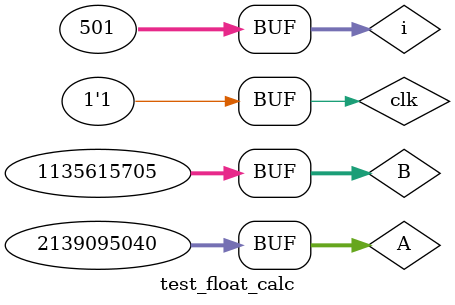
<source format=v>
`timescale 1ns / 1ps


module test_float_calc;

	// Inputs
	reg clk;
	reg [31:0] A;
	reg [31:0] B;

	// Outputs
	wire [31:0] float_add;
	wire [31:0] float_sub;
	wire [31:0] float_mul;
	wire [31:0] float_div;
	wire [3:0] overflow;
	wire err;

	// Instantiate the Unit Under Test (UUT)
	float_calc uut (
		.clk(clk), 
		.A(A), 
		.B(B), 
		.float_add(float_add), 
		.float_sub(float_sub), 
		.float_mul(float_mul), 
		.float_div(float_div), 
		.overflow(overflow),
		.err(err)
	);
	
	integer i;
	
	initial begin
		// Initialize Inputs
		#10;
		A=32'h0;
		B=32'h0;
		#10;
		clk = 0;
		A = 32'h7f800000;
		B = 32'h43b01ed9;

		// Wait 100 ns for global reset to finish
		#100;
		for(i=0;i<=500;i=i+1)
		begin
			clk=~clk;
			#100;
		end
		// Add stimulus here

	end
      
endmodule


</source>
